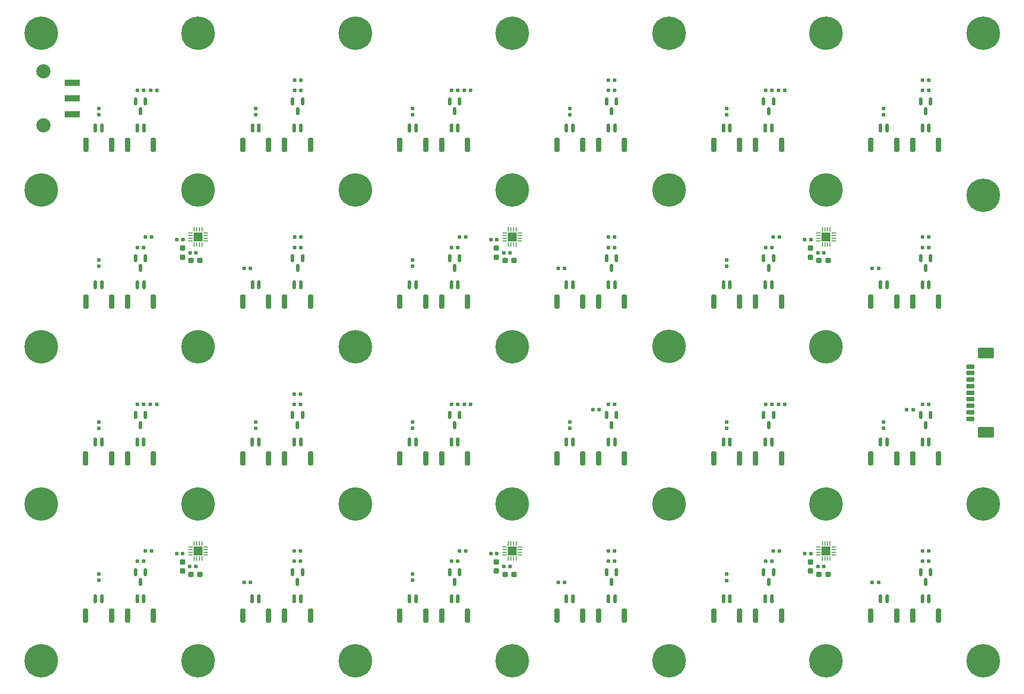
<source format=gts>
G04 #@! TF.GenerationSoftware,KiCad,Pcbnew,(6.0.7-1)-1*
G04 #@! TF.CreationDate,2023-08-08T09:05:02+02:00*
G04 #@! TF.ProjectId,BD-SMD_PD,42442d53-4d44-45f5-9044-2e6b69636164,rev?*
G04 #@! TF.SameCoordinates,Original*
G04 #@! TF.FileFunction,Soldermask,Top*
G04 #@! TF.FilePolarity,Negative*
%FSLAX46Y46*%
G04 Gerber Fmt 4.6, Leading zero omitted, Abs format (unit mm)*
G04 Created by KiCad (PCBNEW (6.0.7-1)-1) date 2023-08-08 09:05:02*
%MOMM*%
%LPD*%
G01*
G04 APERTURE LIST*
G04 Aperture macros list*
%AMRoundRect*
0 Rectangle with rounded corners*
0 $1 Rounding radius*
0 $2 $3 $4 $5 $6 $7 $8 $9 X,Y pos of 4 corners*
0 Add a 4 corners polygon primitive as box body*
4,1,4,$2,$3,$4,$5,$6,$7,$8,$9,$2,$3,0*
0 Add four circle primitives for the rounded corners*
1,1,$1+$1,$2,$3*
1,1,$1+$1,$4,$5*
1,1,$1+$1,$6,$7*
1,1,$1+$1,$8,$9*
0 Add four rect primitives between the rounded corners*
20,1,$1+$1,$2,$3,$4,$5,0*
20,1,$1+$1,$4,$5,$6,$7,0*
20,1,$1+$1,$6,$7,$8,$9,0*
20,1,$1+$1,$8,$9,$2,$3,0*%
G04 Aperture macros list end*
%ADD10C,6.400000*%
%ADD11RoundRect,0.150000X-0.150000X-0.700000X0.150000X-0.700000X0.150000X0.700000X-0.150000X0.700000X0*%
%ADD12RoundRect,0.250000X-0.250000X-1.100000X0.250000X-1.100000X0.250000X1.100000X-0.250000X1.100000X0*%
%ADD13RoundRect,0.160000X0.197500X0.160000X-0.197500X0.160000X-0.197500X-0.160000X0.197500X-0.160000X0*%
%ADD14RoundRect,0.150000X-0.150000X0.587500X-0.150000X-0.587500X0.150000X-0.587500X0.150000X0.587500X0*%
%ADD15RoundRect,0.160000X-0.160000X0.197500X-0.160000X-0.197500X0.160000X-0.197500X0.160000X0.197500X0*%
%ADD16RoundRect,0.160000X-0.197500X-0.160000X0.197500X-0.160000X0.197500X0.160000X-0.197500X0.160000X0*%
%ADD17RoundRect,0.155000X0.212500X0.155000X-0.212500X0.155000X-0.212500X-0.155000X0.212500X-0.155000X0*%
%ADD18RoundRect,0.062500X-0.062500X0.355000X-0.062500X-0.355000X0.062500X-0.355000X0.062500X0.355000X0*%
%ADD19RoundRect,0.062500X-0.355000X0.062500X-0.355000X-0.062500X0.355000X-0.062500X0.355000X0.062500X0*%
%ADD20R,1.680000X1.680000*%
%ADD21RoundRect,0.237500X0.300000X0.237500X-0.300000X0.237500X-0.300000X-0.237500X0.300000X-0.237500X0*%
%ADD22RoundRect,0.237500X-0.237500X0.300000X-0.237500X-0.300000X0.237500X-0.300000X0.237500X0.300000X0*%
%ADD23R,2.920000X1.270000*%
%ADD24C,2.710000*%
%ADD25RoundRect,0.200000X0.600000X-0.200000X0.600000X0.200000X-0.600000X0.200000X-0.600000X-0.200000X0*%
%ADD26RoundRect,0.250001X1.249999X-0.799999X1.249999X0.799999X-1.249999X0.799999X-1.249999X-0.799999X0*%
G04 APERTURE END LIST*
D10*
X239949000Y-101615000D03*
D11*
X130304508Y-149765000D03*
X131554508Y-149765000D03*
D12*
X128454508Y-152965000D03*
X133404508Y-152965000D03*
D13*
X139546500Y-112615000D03*
X138351500Y-112615000D03*
D11*
X138304508Y-179765000D03*
X139554508Y-179765000D03*
D12*
X141404508Y-182965000D03*
X136454508Y-182965000D03*
D11*
X190324000Y-179765000D03*
X191574000Y-179765000D03*
D12*
X188474000Y-182965000D03*
X193424000Y-182965000D03*
D14*
X169879508Y-174677500D03*
X167979508Y-174677500D03*
X168929508Y-176552500D03*
D10*
X149949000Y-131615000D03*
X149949000Y-161615000D03*
D13*
X229546500Y-142615000D03*
X228351500Y-142615000D03*
D11*
X228324000Y-149765000D03*
X229574000Y-149765000D03*
D12*
X231424000Y-152965000D03*
X226474000Y-152965000D03*
D10*
X269949000Y-161615000D03*
D13*
X142046500Y-82615000D03*
X140851500Y-82615000D03*
D14*
X169899000Y-84677500D03*
X167999000Y-84677500D03*
X168949000Y-86552500D03*
D10*
X209949000Y-161615000D03*
D15*
X190949000Y-86017500D03*
X190949000Y-87212500D03*
D11*
X198324000Y-119765000D03*
X199574000Y-119765000D03*
D12*
X201424000Y-122965000D03*
X196474000Y-122965000D03*
D11*
X160304508Y-149765000D03*
X161554508Y-149765000D03*
D12*
X163404508Y-152965000D03*
X158454508Y-152965000D03*
D10*
X179949000Y-161615000D03*
X299949000Y-71615000D03*
X149949000Y-101615000D03*
D13*
X199546500Y-82615000D03*
X198351500Y-82615000D03*
D16*
X285351500Y-143615000D03*
X286546500Y-143615000D03*
D17*
X149516500Y-113615000D03*
X148381500Y-113615000D03*
D13*
X169546500Y-112615000D03*
X168351500Y-112615000D03*
D11*
X280324000Y-89765000D03*
X281574000Y-89765000D03*
D12*
X283424000Y-92965000D03*
X278474000Y-92965000D03*
D11*
X288324000Y-119765000D03*
X289574000Y-119765000D03*
D12*
X291424000Y-122965000D03*
X286474000Y-122965000D03*
D11*
X220324000Y-119765000D03*
X221574000Y-119765000D03*
D12*
X223424000Y-122965000D03*
X218474000Y-122965000D03*
D10*
X119949000Y-131615000D03*
D13*
X261046500Y-170615000D03*
X259851500Y-170615000D03*
D11*
X168324000Y-89765000D03*
X169574000Y-89765000D03*
D12*
X171424000Y-92965000D03*
X166474000Y-92965000D03*
D13*
X202046500Y-142615000D03*
X200851500Y-142615000D03*
D11*
X250324000Y-149765000D03*
X251574000Y-149765000D03*
D12*
X248474000Y-152965000D03*
X253424000Y-152965000D03*
D16*
X278754000Y-176615000D03*
X279949000Y-176615000D03*
X168351500Y-110615000D03*
X169546500Y-110615000D03*
D10*
X209949000Y-71615000D03*
D14*
X289899000Y-174677500D03*
X287999000Y-174677500D03*
X288949000Y-176552500D03*
D11*
X250324000Y-179765000D03*
X251574000Y-179765000D03*
D12*
X253424000Y-182965000D03*
X248474000Y-182965000D03*
D18*
X150679508Y-169157500D03*
X150179508Y-169157500D03*
X149679508Y-169157500D03*
X149179508Y-169157500D03*
D19*
X148472008Y-169865000D03*
X148472008Y-170365000D03*
X148472008Y-170865000D03*
X148472008Y-171365000D03*
D18*
X149179508Y-172072500D03*
X149679508Y-172072500D03*
X150179508Y-172072500D03*
X150679508Y-172072500D03*
D19*
X151387008Y-171365000D03*
X151387008Y-170865000D03*
X151387008Y-170365000D03*
X151387008Y-169865000D03*
D20*
X149929508Y-170615000D03*
D11*
X228324000Y-179765000D03*
X229574000Y-179765000D03*
D12*
X226474000Y-182965000D03*
X231424000Y-182965000D03*
D13*
X142027008Y-142615000D03*
X140832008Y-142615000D03*
D15*
X130929508Y-175017500D03*
X130929508Y-176212500D03*
D13*
X139527008Y-142615000D03*
X138332008Y-142615000D03*
D11*
X190324000Y-119765000D03*
X191574000Y-119765000D03*
D12*
X193424000Y-122965000D03*
X188474000Y-122965000D03*
D13*
X262046500Y-82615000D03*
X260851500Y-82615000D03*
D15*
X250949000Y-86017500D03*
X250949000Y-87212500D03*
D17*
X207016500Y-111115000D03*
X205881500Y-111115000D03*
D16*
X278754000Y-116615000D03*
X279949000Y-116615000D03*
D13*
X229546500Y-82615000D03*
X228351500Y-82615000D03*
X201046500Y-110615000D03*
X199851500Y-110615000D03*
D15*
X130949000Y-115017500D03*
X130949000Y-116212500D03*
D17*
X267016500Y-111115000D03*
X265881500Y-111115000D03*
D13*
X199546500Y-142615000D03*
X198351500Y-142615000D03*
D14*
X259899000Y-144677500D03*
X257999000Y-144677500D03*
X258949000Y-146552500D03*
D11*
X168324000Y-119765000D03*
X169574000Y-119765000D03*
D12*
X171424000Y-122965000D03*
X166474000Y-122965000D03*
D10*
X239949000Y-161615000D03*
X239949000Y-131544000D03*
D13*
X169527008Y-172615000D03*
X168332008Y-172615000D03*
D10*
X179949000Y-71615000D03*
X299949000Y-191615000D03*
D18*
X270699000Y-109157500D03*
X270199000Y-109157500D03*
X269699000Y-109157500D03*
X269199000Y-109157500D03*
D19*
X268491500Y-109865000D03*
X268491500Y-110365000D03*
X268491500Y-110865000D03*
X268491500Y-111365000D03*
D18*
X269199000Y-112072500D03*
X269699000Y-112072500D03*
X270199000Y-112072500D03*
X270699000Y-112072500D03*
D19*
X271406500Y-111365000D03*
X271406500Y-110865000D03*
X271406500Y-110365000D03*
X271406500Y-109865000D03*
D20*
X269949000Y-110615000D03*
D14*
X289899000Y-144677500D03*
X287999000Y-144677500D03*
X288949000Y-146552500D03*
D11*
X250324000Y-89765000D03*
X251574000Y-89765000D03*
D12*
X253424000Y-92965000D03*
X248474000Y-92965000D03*
D11*
X160324000Y-119765000D03*
X161574000Y-119765000D03*
D12*
X158474000Y-122965000D03*
X163424000Y-122965000D03*
D15*
X190949000Y-175017500D03*
X190949000Y-176212500D03*
D21*
X270311500Y-115115000D03*
X268586500Y-115115000D03*
D15*
X220949000Y-86017500D03*
X220949000Y-87212500D03*
D13*
X259546500Y-142615000D03*
X258351500Y-142615000D03*
D16*
X288351500Y-170615000D03*
X289546500Y-170615000D03*
X218754000Y-116615000D03*
X219949000Y-116615000D03*
D10*
X119949000Y-71615000D03*
D13*
X229546500Y-172615000D03*
X228351500Y-172615000D03*
D14*
X199899000Y-114677500D03*
X197999000Y-114677500D03*
X198949000Y-116552500D03*
D11*
X220324000Y-89765000D03*
X221574000Y-89765000D03*
D12*
X218474000Y-92965000D03*
X223424000Y-92965000D03*
D10*
X269949000Y-71615000D03*
D17*
X269516500Y-173615000D03*
X268381500Y-173615000D03*
D13*
X141046500Y-170615000D03*
X139851500Y-170615000D03*
X169527008Y-142615000D03*
X168332008Y-142615000D03*
D21*
X150311500Y-115115000D03*
X148586500Y-115115000D03*
D16*
X288351500Y-110615000D03*
X289546500Y-110615000D03*
D22*
X266949000Y-112752500D03*
X266949000Y-114477500D03*
D15*
X190949000Y-146017500D03*
X190949000Y-147212500D03*
D16*
X168332008Y-140615000D03*
X169527008Y-140615000D03*
D13*
X141046500Y-110615000D03*
X139851500Y-110615000D03*
D11*
X228324000Y-119765000D03*
X229574000Y-119765000D03*
D12*
X231424000Y-122965000D03*
X226474000Y-122965000D03*
D10*
X239949000Y-191615000D03*
X239949000Y-71615000D03*
D22*
X146929508Y-172752500D03*
X146929508Y-174477500D03*
D11*
X190324000Y-149765000D03*
X191574000Y-149765000D03*
D12*
X188474000Y-152965000D03*
X193424000Y-152965000D03*
D22*
X146949000Y-112752500D03*
X146949000Y-114477500D03*
D14*
X229899000Y-84677500D03*
X227999000Y-84677500D03*
X228949000Y-86552500D03*
X169899000Y-114677500D03*
X167999000Y-114677500D03*
X168949000Y-116552500D03*
D16*
X225351500Y-143615000D03*
X226546500Y-143615000D03*
D18*
X150699000Y-109157500D03*
X150199000Y-109157500D03*
X149699000Y-109157500D03*
X149199000Y-109157500D03*
D19*
X148491500Y-109865000D03*
X148491500Y-110365000D03*
X148491500Y-110865000D03*
X148491500Y-111365000D03*
D18*
X149199000Y-112072500D03*
X149699000Y-112072500D03*
X150199000Y-112072500D03*
X150699000Y-112072500D03*
D19*
X151406500Y-111365000D03*
X151406500Y-110865000D03*
X151406500Y-110365000D03*
X151406500Y-109865000D03*
D20*
X149949000Y-110615000D03*
D16*
X228351500Y-110615000D03*
X229546500Y-110615000D03*
X218754000Y-176615000D03*
X219949000Y-176615000D03*
D14*
X199899000Y-174677500D03*
X197999000Y-174677500D03*
X198949000Y-176552500D03*
X199899000Y-84677500D03*
X197999000Y-84677500D03*
X198949000Y-86552500D03*
D11*
X288324000Y-179765000D03*
X289574000Y-179765000D03*
D12*
X286474000Y-182965000D03*
X291424000Y-182965000D03*
D16*
X228351500Y-80615000D03*
X229546500Y-80615000D03*
D14*
X199899000Y-144677500D03*
X197999000Y-144677500D03*
X198949000Y-146552500D03*
D10*
X209949000Y-191615000D03*
D13*
X201046500Y-170615000D03*
X199851500Y-170615000D03*
D10*
X269949000Y-101615000D03*
D15*
X130929508Y-146017500D03*
X130929508Y-147212500D03*
D16*
X168332008Y-170615000D03*
X169527008Y-170615000D03*
X168351500Y-80615000D03*
X169546500Y-80615000D03*
D10*
X209949000Y-131615000D03*
D14*
X289899000Y-114677500D03*
X287999000Y-114677500D03*
X288949000Y-116552500D03*
D16*
X158734508Y-176615000D03*
X159929508Y-176615000D03*
D10*
X179949000Y-131615000D03*
D13*
X199546500Y-172615000D03*
X198351500Y-172615000D03*
X259546500Y-82615000D03*
X258351500Y-82615000D03*
D17*
X209516500Y-173615000D03*
X208381500Y-173615000D03*
X147016500Y-111115000D03*
X145881500Y-111115000D03*
D15*
X190949000Y-115017500D03*
X190949000Y-116212500D03*
D17*
X269516500Y-113615000D03*
X268381500Y-113615000D03*
D10*
X149949000Y-71615000D03*
X269949000Y-131615000D03*
D17*
X267016500Y-171115000D03*
X265881500Y-171115000D03*
D14*
X139899000Y-84677500D03*
X137999000Y-84677500D03*
X138949000Y-86552500D03*
D16*
X288351500Y-80615000D03*
X289546500Y-80615000D03*
D21*
X270311500Y-175115000D03*
X268586500Y-175115000D03*
D11*
X258324000Y-89765000D03*
X259574000Y-89765000D03*
D12*
X261424000Y-92965000D03*
X256474000Y-92965000D03*
D16*
X158754000Y-116615000D03*
X159949000Y-116615000D03*
D11*
X258324000Y-119765000D03*
X259574000Y-119765000D03*
D12*
X256474000Y-122965000D03*
X261424000Y-122965000D03*
D18*
X270699000Y-169157500D03*
X270199000Y-169157500D03*
X269699000Y-169157500D03*
X269199000Y-169157500D03*
D19*
X268491500Y-169865000D03*
X268491500Y-170365000D03*
X268491500Y-170865000D03*
X268491500Y-171365000D03*
D18*
X269199000Y-172072500D03*
X269699000Y-172072500D03*
X270199000Y-172072500D03*
X270699000Y-172072500D03*
D19*
X271406500Y-171365000D03*
X271406500Y-170865000D03*
X271406500Y-170365000D03*
X271406500Y-169865000D03*
D20*
X269949000Y-170615000D03*
D15*
X250949000Y-146017500D03*
X250949000Y-147212500D03*
X130949000Y-86017500D03*
X130949000Y-87212500D03*
D10*
X119949000Y-101615000D03*
D15*
X160949000Y-86017500D03*
X160949000Y-87212500D03*
D17*
X146997008Y-171115000D03*
X145862008Y-171115000D03*
D11*
X258324000Y-149765000D03*
X259574000Y-149765000D03*
D12*
X256474000Y-152965000D03*
X261424000Y-152965000D03*
D14*
X259899000Y-174677500D03*
X257999000Y-174677500D03*
X258949000Y-176552500D03*
D11*
X198324000Y-179765000D03*
X199574000Y-179765000D03*
D12*
X196474000Y-182965000D03*
X201424000Y-182965000D03*
D13*
X229546500Y-112615000D03*
X228351500Y-112615000D03*
D10*
X149949000Y-191615000D03*
D14*
X169879508Y-144677500D03*
X167979508Y-144677500D03*
X168929508Y-146552500D03*
D15*
X280949000Y-86017500D03*
X280949000Y-87212500D03*
D11*
X160324000Y-89765000D03*
X161574000Y-89765000D03*
D12*
X163424000Y-92965000D03*
X158474000Y-92965000D03*
D13*
X289546500Y-82615000D03*
X288351500Y-82615000D03*
D15*
X250949000Y-175065000D03*
X250949000Y-176260000D03*
D10*
X179949000Y-191615000D03*
D11*
X288324000Y-89765000D03*
X289574000Y-89765000D03*
D12*
X286474000Y-92965000D03*
X291424000Y-92965000D03*
D14*
X139879508Y-144677500D03*
X137979508Y-144677500D03*
X138929508Y-146552500D03*
D21*
X210311500Y-175115000D03*
X208586500Y-175115000D03*
D13*
X289546500Y-172615000D03*
X288351500Y-172615000D03*
D11*
X130324000Y-119765000D03*
X131574000Y-119765000D03*
D12*
X128474000Y-122965000D03*
X133424000Y-122965000D03*
D14*
X259899000Y-84677500D03*
X257999000Y-84677500D03*
X258949000Y-86552500D03*
D10*
X269949000Y-191615000D03*
D21*
X150292008Y-175115000D03*
X148567008Y-175115000D03*
D11*
X220324000Y-179765000D03*
X221574000Y-179765000D03*
D12*
X218474000Y-182965000D03*
X223424000Y-182965000D03*
D11*
X138324000Y-89765000D03*
X139574000Y-89765000D03*
D12*
X136474000Y-92965000D03*
X141424000Y-92965000D03*
D10*
X299949000Y-161615000D03*
D13*
X169546500Y-82615000D03*
X168351500Y-82615000D03*
X259546500Y-172615000D03*
X258351500Y-172615000D03*
D10*
X299949000Y-102615000D03*
D11*
X168304508Y-149765000D03*
X169554508Y-149765000D03*
D12*
X166454508Y-152965000D03*
X171404508Y-152965000D03*
D10*
X209949000Y-101615000D03*
D11*
X138304508Y-149765000D03*
X139554508Y-149765000D03*
D12*
X141404508Y-152965000D03*
X136454508Y-152965000D03*
D14*
X289899000Y-84677500D03*
X287999000Y-84677500D03*
X288949000Y-86552500D03*
X229899000Y-114677500D03*
X227999000Y-114677500D03*
X228949000Y-116552500D03*
D13*
X289546500Y-142615000D03*
X288351500Y-142615000D03*
D15*
X280949000Y-146017500D03*
X280949000Y-147212500D03*
D14*
X229899000Y-144677500D03*
X227999000Y-144677500D03*
X228949000Y-146552500D03*
D22*
X206949000Y-112752500D03*
X206949000Y-114477500D03*
D18*
X210699000Y-169157500D03*
X210199000Y-169157500D03*
X209699000Y-169157500D03*
X209199000Y-169157500D03*
D19*
X208491500Y-169865000D03*
X208491500Y-170365000D03*
X208491500Y-170865000D03*
X208491500Y-171365000D03*
D18*
X209199000Y-172072500D03*
X209699000Y-172072500D03*
X210199000Y-172072500D03*
X210699000Y-172072500D03*
D19*
X211406500Y-171365000D03*
X211406500Y-170865000D03*
X211406500Y-170365000D03*
X211406500Y-169865000D03*
D20*
X209949000Y-170615000D03*
D11*
X220324000Y-149765000D03*
X221574000Y-149765000D03*
D12*
X223424000Y-152965000D03*
X218474000Y-152965000D03*
D11*
X280324000Y-149765000D03*
X281574000Y-149765000D03*
D12*
X283424000Y-152965000D03*
X278474000Y-152965000D03*
D22*
X206949000Y-172752500D03*
X206949000Y-174477500D03*
D21*
X210311500Y-115115000D03*
X208586500Y-115115000D03*
D11*
X258324000Y-179765000D03*
X259574000Y-179765000D03*
D12*
X261424000Y-182965000D03*
X256474000Y-182965000D03*
D11*
X198324000Y-149765000D03*
X199574000Y-149765000D03*
D12*
X201424000Y-152965000D03*
X196474000Y-152965000D03*
D13*
X259546500Y-112615000D03*
X258351500Y-112615000D03*
D14*
X139899000Y-114677500D03*
X137999000Y-114677500D03*
X138949000Y-116552500D03*
D17*
X207016500Y-171115000D03*
X205881500Y-171115000D03*
D13*
X261046500Y-110615000D03*
X259851500Y-110615000D03*
D11*
X130324000Y-89765000D03*
X131574000Y-89765000D03*
D12*
X128474000Y-92965000D03*
X133424000Y-92965000D03*
D11*
X168304508Y-179765000D03*
X169554508Y-179765000D03*
D12*
X166454508Y-182965000D03*
X171404508Y-182965000D03*
D14*
X259899000Y-114677500D03*
X257999000Y-114677500D03*
X258949000Y-116552500D03*
D16*
X228351500Y-170615000D03*
X229546500Y-170615000D03*
D22*
X266949000Y-172752500D03*
X266949000Y-174477500D03*
D10*
X119949000Y-191615000D03*
D11*
X280324000Y-179765000D03*
X281574000Y-179765000D03*
D12*
X278474000Y-182965000D03*
X283424000Y-182965000D03*
D11*
X280324000Y-119765000D03*
X281574000Y-119765000D03*
D12*
X283424000Y-122965000D03*
X278474000Y-122965000D03*
D15*
X220949000Y-146017500D03*
X220949000Y-147212500D03*
D14*
X139879508Y-174677500D03*
X137979508Y-174677500D03*
X138929508Y-176552500D03*
D17*
X149497008Y-173615000D03*
X148362008Y-173615000D03*
D23*
X125851500Y-87115000D03*
X125851500Y-84115000D03*
X125851500Y-81115000D03*
D24*
X120381500Y-78965000D03*
X120381500Y-89265000D03*
D13*
X139546500Y-82615000D03*
X138351500Y-82615000D03*
D11*
X190324000Y-89765000D03*
X191574000Y-89765000D03*
D12*
X193424000Y-92965000D03*
X188474000Y-92965000D03*
D11*
X130304508Y-179765000D03*
X131554508Y-179765000D03*
D12*
X128454508Y-182965000D03*
X133404508Y-182965000D03*
D11*
X250324000Y-119765000D03*
X251574000Y-119765000D03*
D12*
X253424000Y-122965000D03*
X248474000Y-122965000D03*
D11*
X138324000Y-119765000D03*
X139574000Y-119765000D03*
D12*
X141424000Y-122965000D03*
X136474000Y-122965000D03*
D17*
X209516500Y-113615000D03*
X208381500Y-113615000D03*
D13*
X262046500Y-142615000D03*
X260851500Y-142615000D03*
D15*
X250949000Y-115017500D03*
X250949000Y-116212500D03*
D25*
X297549000Y-145365000D03*
X297549000Y-144115000D03*
X297549000Y-142865000D03*
X297549000Y-141615000D03*
X297549000Y-140365000D03*
X297549000Y-139115000D03*
X297549000Y-137865000D03*
X297549000Y-136615000D03*
X297549000Y-135365000D03*
D26*
X300449000Y-147915000D03*
X300449000Y-132815000D03*
D18*
X210699000Y-109157500D03*
X210199000Y-109157500D03*
X209699000Y-109157500D03*
X209199000Y-109157500D03*
D19*
X208491500Y-109865000D03*
X208491500Y-110365000D03*
X208491500Y-110865000D03*
X208491500Y-111365000D03*
D18*
X209199000Y-112072500D03*
X209699000Y-112072500D03*
X210199000Y-112072500D03*
X210699000Y-112072500D03*
D19*
X211406500Y-111365000D03*
X211406500Y-110865000D03*
X211406500Y-110365000D03*
X211406500Y-109865000D03*
D20*
X209949000Y-110615000D03*
D13*
X289546500Y-112615000D03*
X288351500Y-112615000D03*
X199546500Y-112615000D03*
X198351500Y-112615000D03*
X202046500Y-82615000D03*
X200851500Y-82615000D03*
D10*
X119949000Y-161615000D03*
D13*
X139527008Y-172615000D03*
X138332008Y-172615000D03*
D14*
X229899000Y-174677500D03*
X227999000Y-174677500D03*
X228949000Y-176552500D03*
D10*
X179949000Y-101615000D03*
D11*
X228324000Y-89765000D03*
X229574000Y-89765000D03*
D12*
X231424000Y-92965000D03*
X226474000Y-92965000D03*
D15*
X160929508Y-146017500D03*
X160929508Y-147212500D03*
D11*
X288324000Y-149765000D03*
X289574000Y-149765000D03*
D12*
X286474000Y-152965000D03*
X291424000Y-152965000D03*
D11*
X160304508Y-179765000D03*
X161554508Y-179765000D03*
D12*
X158454508Y-182965000D03*
X163404508Y-182965000D03*
D11*
X198324000Y-89765000D03*
X199574000Y-89765000D03*
D12*
X201424000Y-92965000D03*
X196474000Y-92965000D03*
M02*

</source>
